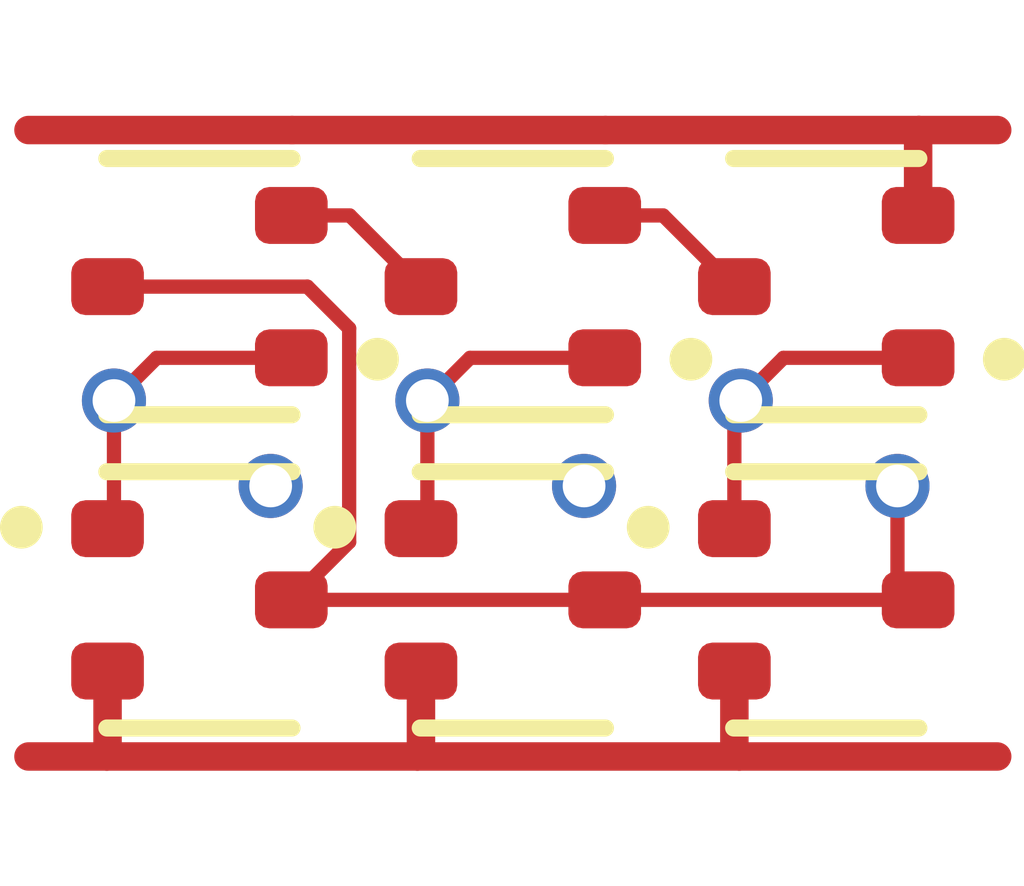
<source format=kicad_pcb>
(kicad_pcb (version 20241229) (generator "pcbnew") (generator_version "9.0")
  (layers (0 "F.Cu" signal) (2 "B.Cu" signal) (13 "F.Paste" user) (15 "B.Paste" user) (5 "F.SilkS" user "F.Silkscreen") (7 "B.SilkS" user "B.Silkscreen") (1 "F.Mask" user) (3 "B.Mask" user) (25 "Edge.Cuts" user))
  (net 0 "")
  (net 1 "GND")
  (net 2 "Y")
  (net 3 "C")
  (net 4 "VDD")
  (net 5 "A")
  (net 6 "B")
  (net 7 "int1")
  (net 8 "int2")
  (footprint "Package_TO_SOT_SMD:SOT-523" (layer "F.Cu") (at 3.3 1.1 180)
    (property "Reference" "P2" (hide yes))
    (property "Value" "")
    (fp_line (start 0.65 0.9) (end -0.65 0.9) (stroke (width 0.12)) (layer "F.SilkS"))
    (fp_line (start 0.65 -0.9) (end -0.65 -0.9) (stroke (width 0.12)) (layer "F.SilkS"))
    (fp_circle (center -1.25 -0.51) (end -1.1 -0.51) (fill yes) (layer "F.SilkS"))
    (pad "1" smd roundrect (at -0.645 -0.5) (size 0.51 0.4) (layers "F.Cu" "F.Mask" "F.Paste") (net 6 "B"))
    (pad "2" smd roundrect (at -0.645 0.5) (size 0.51 0.4) (layers "F.Cu" "F.Mask" "F.Paste") (net 8 "int2"))
    (pad "3" smd roundrect (at 0.645 0) (size 0.51 0.4) (layers "F.Cu" "F.Mask" "F.Paste") (net 7 "int1"))
  )
  (footprint "Package_TO_SOT_SMD:SOT-523" (layer "F.Cu") (at 5.5 1.1 180)
    (property "Reference" "P3" (hide yes))
    (property "Value" "")
    (fp_line (start 0.65 0.9) (end -0.65 0.9) (stroke (width 0.12)) (layer "F.SilkS"))
    (fp_line (start 0.65 -0.9) (end -0.65 -0.9) (stroke (width 0.12)) (layer "F.SilkS"))
    (fp_circle (center -1.25 -0.51) (end -1.1 -0.51) (fill yes) (layer "F.SilkS"))
    (pad "1" smd roundrect (at -0.645 -0.5) (size 0.51 0.4) (layers "F.Cu" "F.Mask" "F.Paste") (net 3 "C"))
    (pad "2" smd roundrect (at -0.645 0.5) (size 0.51 0.4) (layers "F.Cu" "F.Mask" "F.Paste") (net 4 "VDD"))
    (pad "3" smd roundrect (at 0.645 0) (size 0.51 0.4) (layers "F.Cu" "F.Mask" "F.Paste") (net 8 "int2"))
  )
  (footprint "Package_TO_SOT_SMD:SOT-523" (layer "F.Cu") (at 5.5 3.3)
    (property "Reference" "N3" (hide yes))
    (property "Value" "")
    (fp_line (start 0.65 -0.9) (end -0.65 -0.9) (stroke (width 0.12)) (layer "F.SilkS"))
    (fp_line (start 0.65 0.9) (end -0.65 0.9) (stroke (width 0.12)) (layer "F.SilkS"))
    (fp_circle (center -1.25 -0.51) (end -1.1 -0.51) (fill yes) (layer "F.SilkS"))
    (pad "1" smd roundrect (at -0.645 -0.5 180) (size 0.51 0.4) (layers "F.Cu" "F.Mask" "F.Paste") (net 3 "C"))
    (pad "2" smd roundrect (at -0.645 0.5 180) (size 0.51 0.4) (layers "F.Cu" "F.Mask" "F.Paste") (net 1 "GND"))
    (pad "3" smd roundrect (at 0.645 0 180) (size 0.51 0.4) (layers "F.Cu" "F.Mask" "F.Paste") (net 2 "Y"))
  )
  (footprint "Package_TO_SOT_SMD:SOT-523" (layer "F.Cu") (at 1.1 1.1 180)
    (property "Reference" "P1" (hide yes))
    (property "Value" "")
    (fp_line (start 0.65 0.9) (end -0.65 0.9) (stroke (width 0.12)) (layer "F.SilkS"))
    (fp_line (start 0.65 -0.9) (end -0.65 -0.9) (stroke (width 0.12)) (layer "F.SilkS"))
    (fp_circle (center -1.25 -0.51) (end -1.1 -0.51) (fill yes) (layer "F.SilkS"))
    (pad "1" smd roundrect (at -0.645 -0.5) (size 0.51 0.4) (layers "F.Cu" "F.Mask" "F.Paste") (net 5 "A"))
    (pad "2" smd roundrect (at -0.645 0.5) (size 0.51 0.4) (layers "F.Cu" "F.Mask" "F.Paste") (net 7 "int1"))
    (pad "3" smd roundrect (at 0.645 0) (size 0.51 0.4) (layers "F.Cu" "F.Mask" "F.Paste") (net 2 "Y"))
  )
  (footprint "Package_TO_SOT_SMD:SOT-523" (layer "F.Cu") (at 1.1 3.3)
    (property "Reference" "N1" (hide yes))
    (property "Value" "")
    (fp_line (start 0.65 -0.9) (end -0.65 -0.9) (stroke (width 0.12)) (layer "F.SilkS"))
    (fp_line (start 0.65 0.9) (end -0.65 0.9) (stroke (width 0.12)) (layer "F.SilkS"))
    (fp_circle (center -1.25 -0.51) (end -1.1 -0.51) (fill yes) (layer "F.SilkS"))
    (pad "1" smd roundrect (at -0.645 -0.5 180) (size 0.51 0.4) (layers "F.Cu" "F.Mask" "F.Paste") (net 5 "A"))
    (pad "2" smd roundrect (at -0.645 0.5 180) (size 0.51 0.4) (layers "F.Cu" "F.Mask" "F.Paste") (net 1 "GND"))
    (pad "3" smd roundrect (at 0.645 0 180) (size 0.51 0.4) (layers "F.Cu" "F.Mask" "F.Paste") (net 2 "Y"))
  )
  (footprint "Package_TO_SOT_SMD:SOT-523" (layer "F.Cu") (at 3.3 3.3)
    (property "Reference" "N2" (hide yes))
    (property "Value" "")
    (fp_line (start 0.65 -0.9) (end -0.65 -0.9) (stroke (width 0.12)) (layer "F.SilkS"))
    (fp_line (start 0.65 0.9) (end -0.65 0.9) (stroke (width 0.12)) (layer "F.SilkS"))
    (fp_circle (center -1.25 -0.51) (end -1.1 -0.51) (fill yes) (layer "F.SilkS"))
    (pad "1" smd roundrect (at -0.645 -0.5 180) (size 0.51 0.4) (layers "F.Cu" "F.Mask" "F.Paste") (net 6 "B"))
    (pad "2" smd roundrect (at -0.645 0.5 180) (size 0.51 0.4) (layers "F.Cu" "F.Mask" "F.Paste") (net 1 "GND"))
    (pad "3" smd roundrect (at 0.645 0 180) (size 0.51 0.4) (layers "F.Cu" "F.Mask" "F.Paste") (net 2 "Y"))
  )
  (via (at 3.8 2.5) (size 0.45) (drill 0.3) (layers "F.Cu" "B.Cu") (net 0))
  (via (at 1.6 2.5) (size 0.45) (drill 0.3) (layers "F.Cu" "B.Cu") (net 0))
  (segment (start 0.455 4.395) (end 0.45 4.4) (width 0.2) (layer "F.Cu") (net 1))
  (segment (start 4.855 3.8) (end 4.855 4.365) (width 0.2) (layer "F.Cu") (net 1))
  (segment (start -0.1 4.4) (end 0.45 4.4) (width 0.2) (layer "F.Cu") (net 1))
  (segment (start 2.655 4.375) (end 2.63 4.4) (width 0.2) (layer "F.Cu") (net 1))
  (segment (start 0.455 3.8) (end 0.455 4.395) (width 0.2) (layer "F.Cu") (net 1))
  (segment (start 2.655 3.8) (end 2.655 4.375) (width 0.2) (layer "F.Cu") (net 1))
  (segment (start 4.855 4.365) (end 4.89 4.4) (width 0.2) (layer "F.Cu") (net 1))
  (segment (start 4.89 4.4) (end 6.7 4.4) (width 0.2) (layer "F.Cu") (net 1))
  (segment (start 2.63 4.4) (end 4.89 4.4) (width 0.2) (layer "F.Cu") (net 1))
  (segment (start 0.45 4.4) (end 2.63 4.4) (width 0.2) (layer "F.Cu") (net 1))
  (segment (start 2.151 2.894) (end 1.745 3.3) (width 0.1) (layer "F.Cu") (net 2))
  (segment (start 3.945 3.3) (end 6.145 3.3) (width 0.1) (layer "F.Cu") (net 2))
  (segment (start 1.857738 1.1) (end 2.151 1.393262) (width 0.1) (layer "F.Cu") (net 2))
  (segment (start 6 3.155) (end 6.145 3.3) (width 0.1) (layer "F.Cu") (net 2))
  (segment (start 0.455 1.1) (end 1.857738 1.1) (width 0.1) (layer "F.Cu") (net 2))
  (segment (start 2.151 1.393262) (end 2.151 2.894) (width 0.1) (layer "F.Cu") (net 2))
  (segment (start 6 2.5) (end 6 3.155) (width 0.1) (layer "F.Cu") (net 2))
  (segment (start 1.745 3.3) (end 3.945 3.3) (width 0.1) (layer "F.Cu") (net 2))
  (via (at 6 2.5) (size 0.45) (drill 0.3) (layers "F.Cu" "B.Cu") (net 2))
  (segment (start 5.2 1.6) (end 4.9 1.9) (width 0.1) (layer "F.Cu") (net 3))
  (segment (start 6.145 1.6) (end 5.2 1.6) (width 0.1) (layer "F.Cu") (net 3))
  (segment (start 4.855 2.8) (end 4.855 1.945) (width 0.1) (layer "F.Cu") (net 3))
  (segment (start 4.855 1.945) (end 4.9 1.9) (width 0.1) (layer "F.Cu") (net 3))
  (via (at 4.9 1.9) (size 0.45) (drill 0.3) (layers "F.Cu" "B.Cu") (net 3))
  (segment (start 6.145 0.6) (end 6.145 0.005) (width 0.2) (layer "F.Cu") (net 4))
  (segment (start 1.75 0) (end 3.95 0) (width 0.2) (layer "F.Cu") (net 4))
  (segment (start 6.15 0) (end 6.7 0) (width 0.2) (layer "F.Cu") (net 4))
  (segment (start 3.95 0) (end 6.15 0) (width 0.2) (layer "F.Cu") (net 4))
  (segment (start 6.145 0.005) (end 6.15 0) (width 0.2) (layer "F.Cu") (net 4))
  (segment (start -0.1 0) (end 1.75 0) (width 0.2) (layer "F.Cu") (net 4))
  (segment (start 0.8 1.6) (end 0.5 1.9) (width 0.1) (layer "F.Cu") (net 5))
  (segment (start 0.5 1.9) (end 0.5 2.755) (width 0.1) (layer "F.Cu") (net 5))
  (segment (start 1.745 1.6) (end 0.8 1.6) (width 0.1) (layer "F.Cu") (net 5))
  (segment (start 0.5 2.755) (end 0.455 2.8) (width 0.1) (layer "F.Cu") (net 5))
  (via (at 0.5 1.9) (size 0.45) (drill 0.3) (layers "F.Cu" "B.Cu") (net 5))
  (segment (start 3 1.6) (end 2.7 1.9) (width 0.1) (layer "F.Cu") (net 6))
  (segment (start 3.945 1.6) (end 3 1.6) (width 0.1) (layer "F.Cu") (net 6))
  (segment (start 2.7 1.9) (end 2.7 2.755) (width 0.1) (layer "F.Cu") (net 6))
  (segment (start 2.7 2.755) (end 2.655 2.8) (width 0.1) (layer "F.Cu") (net 6))
  (via (at 2.7 1.9) (size 0.45) (drill 0.3) (layers "F.Cu" "B.Cu") (net 6))
  (segment (start 1.745 0.6) (end 2.155 0.6) (width 0.1) (layer "F.Cu") (net 7))
  (segment (start 2.155 0.6) (end 2.655 1.1) (width 0.1) (layer "F.Cu") (net 7))
  (segment (start 3.945 0.6) (end 4.355 0.6) (width 0.1) (layer "F.Cu") (net 8))
  (segment (start 4.355 0.6) (end 4.855 1.1) (width 0.1) (layer "F.Cu") (net 8))
)
</source>
